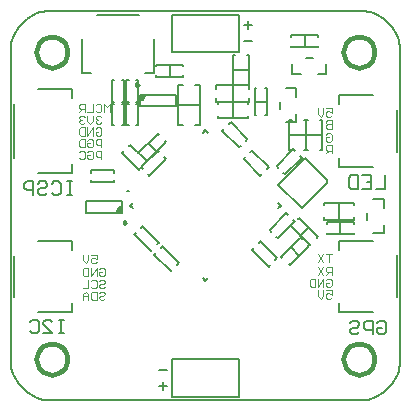
<source format=gbo>
G04*
G04 #@! TF.GenerationSoftware,Altium Limited,Altium Designer,22.10.1 (41)*
G04*
G04 Layer_Color=32896*
%FSLAX25Y25*%
%MOIN*%
G70*
G04*
G04 #@! TF.SameCoordinates,8BF85E7B-6BD0-4BB0-81CB-12CC6FA11C7D*
G04*
G04*
G04 #@! TF.FilePolarity,Positive*
G04*
G01*
G75*
%ADD10C,0.00984*%
%ADD11C,0.00787*%
%ADD12C,0.00394*%
%ADD17C,0.00500*%
%ADD18C,0.00591*%
%ADD107C,0.01732*%
%ADD108C,0.00472*%
G36*
X-27756Y-2362D02*
Y-394D01*
X-28346D01*
X-29528Y-1575D01*
Y-2362D01*
X-27756D01*
D02*
G37*
G36*
X-21850Y37008D02*
Y35039D01*
X-21260D01*
X-20079Y36220D01*
Y37008D01*
X-21850D01*
D02*
G37*
D10*
X-26378Y-5709D02*
X-27116Y-5283D01*
Y-6135D01*
X-26378Y-5709D01*
X-22244Y40354D02*
X-22982Y40780D01*
Y39928D01*
X-22244Y40354D01*
D11*
X-27756Y-394D02*
X-28642Y-631D01*
X-29290Y-1280D01*
X-29528Y-2165D01*
X-25343Y4858D02*
X-26131D01*
X-25343D01*
X-26131D01*
X-25343D01*
X-21850Y35039D02*
X-20965Y35277D01*
X-20316Y35925D01*
X-20079Y36811D01*
X-41071Y44043D02*
X-38071D01*
X-41071D02*
Y55543D01*
X-36134Y63543D02*
X-22197D01*
X-17197Y44043D02*
Y55543D01*
X-20197Y44043D02*
X-17197D01*
X44437Y-35559D02*
Y-32559D01*
Y-35559D02*
X55937D01*
X63937Y-30559D02*
Y-16622D01*
X44437Y-11685D02*
X55937D01*
X44437Y-14685D02*
Y-11685D01*
X32120Y-871D02*
X40472Y7480D01*
Y8594D01*
X33234Y15832D02*
X40472Y8594D01*
X24326Y6923D02*
X33234Y15832D01*
X24326Y6923D02*
X32120Y-871D01*
X-44437Y10898D02*
Y13898D01*
X-55937Y10898D02*
X-44437D01*
X-63937Y15803D02*
Y33709D01*
X-55937Y38709D02*
X-44437D01*
Y35709D02*
Y38709D01*
X-39961Y1575D02*
X-27756D01*
X-39961Y-2362D02*
X-27756D01*
X-39961D02*
Y1575D01*
X-27756Y-2362D02*
Y1575D01*
X-29528Y-2362D02*
Y-2165D01*
X11280Y51279D02*
Y63681D01*
X-11280Y51279D02*
X11280D01*
X-11280D02*
Y63681D01*
X11280D01*
X26772Y27756D02*
X30315D01*
Y30610D01*
X26772Y39173D02*
X30315D01*
Y36319D02*
Y39173D01*
X24803Y32283D02*
Y34646D01*
X44437Y33740D02*
Y36740D01*
X55937D01*
X63937Y17866D02*
Y31803D01*
X44437Y12866D02*
X55937D01*
X44437D02*
Y15866D01*
X55905Y-9252D02*
X59449D01*
Y-6398D01*
X55905Y2165D02*
X59449D01*
Y-689D02*
Y2165D01*
X53937Y-4724D02*
Y-2362D01*
X33465Y49213D02*
X35827D01*
X37500Y43701D02*
X40354D01*
Y47244D01*
X28937Y43701D02*
X31791D01*
X28937D02*
Y47244D01*
X-20079Y36811D02*
Y37008D01*
X-21850Y33071D02*
Y37008D01*
X-9646Y33071D02*
Y37008D01*
X-21850D02*
X-9646D01*
X-21850Y33071D02*
X-9646D01*
X-44437Y-14685D02*
Y-11685D01*
X-55937D02*
X-44437D01*
X-63937Y-30622D02*
Y-16685D01*
X-55937Y-35559D02*
X-44437D01*
Y-32559D01*
X-11280Y-63681D02*
X11280D01*
Y-51279D01*
X-11280D02*
X11280D01*
X-11280Y-63681D02*
Y-51279D01*
X57219Y-39142D02*
X57973Y-38387D01*
X59482D01*
X60236Y-39142D01*
Y-42159D01*
X59482Y-42913D01*
X57973D01*
X57219Y-42159D01*
Y-40650D01*
X58728D01*
X55710Y-42913D02*
Y-38387D01*
X53447D01*
X52693Y-39142D01*
Y-40650D01*
X53447Y-41405D01*
X55710D01*
X48167Y-39142D02*
X48921Y-38387D01*
X50430D01*
X51184Y-39142D01*
Y-39896D01*
X50430Y-40650D01*
X48921D01*
X48167Y-41405D01*
Y-42159D01*
X48921Y-42913D01*
X50430D01*
X51184Y-42159D01*
X59842Y10038D02*
Y5512D01*
X56825D01*
X52299Y10038D02*
X55316D01*
Y5512D01*
X52299D01*
X55316Y7775D02*
X53808D01*
X50790Y10038D02*
Y5512D01*
X48527D01*
X47773Y6266D01*
Y9284D01*
X48527Y10038D01*
X50790D01*
X-47244Y-37994D02*
X-48753D01*
X-47998D01*
Y-42520D01*
X-47244D01*
X-48753D01*
X-54033D02*
X-51016D01*
X-54033Y-39502D01*
Y-38748D01*
X-53279Y-37994D01*
X-51770D01*
X-51016Y-38748D01*
X-58559D02*
X-57805Y-37994D01*
X-56296D01*
X-55542Y-38748D01*
Y-41765D01*
X-56296Y-42520D01*
X-57805D01*
X-58559Y-41765D01*
X-44488Y8069D02*
X-45997D01*
X-45243D01*
Y3543D01*
X-44488D01*
X-45997D01*
X-51277Y7315D02*
X-50523Y8069D01*
X-49014D01*
X-48260Y7315D01*
Y4298D01*
X-49014Y3543D01*
X-50523D01*
X-51277Y4298D01*
X-55803Y7315D02*
X-55049Y8069D01*
X-53540D01*
X-52786Y7315D01*
Y6561D01*
X-53540Y5806D01*
X-55049D01*
X-55803Y5052D01*
Y4298D01*
X-55049Y3543D01*
X-53540D01*
X-52786Y4298D01*
X-57312Y3543D02*
Y8069D01*
X-59575D01*
X-60330Y7315D01*
Y5806D01*
X-59575Y5052D01*
X-57312D01*
D12*
X41783Y8037D02*
D03*
D17*
X-25055Y0D02*
X-24220Y835D01*
X-835Y24220D02*
X0Y25055D01*
Y-25055D02*
X835Y-24220D01*
X24220Y-835D02*
X25055Y0D01*
X-25055D02*
X-24220Y-835D01*
X0Y25055D02*
X835Y24220D01*
X-835Y-24220D02*
X0Y-25055D01*
X24220Y835D02*
X25055Y0D01*
X-51181Y64961D02*
X-52164Y64925D01*
X-53142Y64820D01*
X-54110Y64646D01*
X-55063Y64403D01*
X-55997Y64092D01*
X-56905Y63715D01*
X-57785Y63275D01*
X-58631Y62773D01*
X-59439Y62212D01*
X-60205Y61595D01*
X-60925Y60925D01*
X-61595Y60205D01*
X-62212Y59439D01*
X-62773Y58631D01*
X-63275Y57785D01*
X-63715Y56905D01*
X-64092Y55997D01*
X-64403Y55063D01*
X-64646Y54110D01*
X-64820Y53142D01*
X-64925Y52164D01*
X-64961Y51181D01*
X64961D02*
X64925Y52164D01*
X64820Y53142D01*
X64646Y54110D01*
X64403Y55063D01*
X64092Y55997D01*
X63715Y56905D01*
X63275Y57785D01*
X62773Y58631D01*
X62212Y59439D01*
X61595Y60205D01*
X60925Y60925D01*
X60205Y61595D01*
X59439Y62212D01*
X58631Y62773D01*
X57785Y63275D01*
X56905Y63715D01*
X55997Y64092D01*
X55063Y64403D01*
X54110Y64646D01*
X53142Y64820D01*
X52164Y64925D01*
X51181Y64961D01*
Y-64961D02*
X52164Y-64925D01*
X53142Y-64820D01*
X54110Y-64646D01*
X55063Y-64403D01*
X55997Y-64092D01*
X56905Y-63715D01*
X57785Y-63275D01*
X58631Y-62773D01*
X59439Y-62212D01*
X60205Y-61595D01*
X60925Y-60925D01*
X61595Y-60205D01*
X62212Y-59439D01*
X62773Y-58631D01*
X63275Y-57785D01*
X63715Y-56905D01*
X64092Y-55997D01*
X64403Y-55063D01*
X64646Y-54110D01*
X64820Y-53142D01*
X64925Y-52164D01*
X64961Y-51181D01*
X-64961D02*
X-64925Y-52164D01*
X-64820Y-53142D01*
X-64646Y-54110D01*
X-64403Y-55063D01*
X-64092Y-55997D01*
X-63715Y-56905D01*
X-63275Y-57785D01*
X-62773Y-58631D01*
X-62212Y-59439D01*
X-61595Y-60205D01*
X-60925Y-60925D01*
X-60205Y-61595D01*
X-59439Y-62212D01*
X-58631Y-62773D01*
X-57785Y-63275D01*
X-56905Y-63715D01*
X-55997Y-64092D01*
X-55063Y-64403D01*
X-54110Y-64646D01*
X-53142Y-64820D01*
X-52164Y-64925D01*
X-51181Y-64961D01*
Y-64961D02*
X51181D01*
X-64961Y-51181D02*
Y51181D01*
X64961Y-51181D02*
Y51181D01*
X-51181Y64961D02*
X51181D01*
D18*
X27953Y23622D02*
X33465D01*
X27953Y28622D02*
X28709D01*
X27953Y18622D02*
Y28622D01*
Y18622D02*
X28709D01*
X32709D02*
X33465D01*
Y28622D01*
X32709D02*
X33465D01*
X33465Y23622D02*
X38976D01*
X33465Y28622D02*
X34220D01*
X33465Y18622D02*
Y28622D01*
Y18622D02*
X34220D01*
X38221D02*
X38976D01*
Y28622D01*
X38221D02*
X38976D01*
X44488Y-4724D02*
Y787D01*
X49488Y32D02*
Y787D01*
X39488D02*
X49488D01*
X39488Y32D02*
Y787D01*
Y-4724D02*
Y-3968D01*
Y-4724D02*
X49488D01*
Y-3968D01*
X-38189Y11024D02*
Y11811D01*
X-30315D01*
Y11024D02*
Y11811D01*
Y7874D02*
Y8661D01*
X-38189Y7874D02*
X-30315D01*
X-38189D02*
Y8661D01*
X4055Y33890D02*
Y34646D01*
X14055D01*
Y33890D02*
Y34646D01*
Y29134D02*
Y29890D01*
X4055Y29134D02*
X14055D01*
X4055D02*
Y29890D01*
X9055Y29134D02*
Y34646D01*
Y34646D02*
Y40157D01*
X14567Y38976D02*
Y40157D01*
X3543D02*
X14567D01*
X3543Y38976D02*
Y40157D01*
Y34646D02*
Y35827D01*
Y34646D02*
X14567D01*
Y35827D01*
X9055Y40276D02*
X9811D01*
X9055D02*
Y50276D01*
X9811D01*
X13811D02*
X14567D01*
Y40276D02*
Y50276D01*
X13811Y40276D02*
X14567D01*
X9055Y45276D02*
X14567D01*
X31572Y16516D02*
X32129Y15959D01*
X26561Y10391D02*
X32129Y15959D01*
X26004Y10948D02*
X26561Y10391D01*
X23777Y13175D02*
X24334Y12618D01*
X23777Y13175D02*
X29345Y18743D01*
X29901Y18186D01*
X16504Y30146D02*
X17004D01*
X16504D02*
Y39146D01*
X17004D01*
X20004D02*
X20504D01*
Y30146D02*
Y39146D01*
X20004Y30146D02*
X20504D01*
X16504Y34646D02*
X20504D01*
X37571Y52724D02*
Y53224D01*
X28571Y52724D02*
X37571D01*
X28571D02*
Y53224D01*
Y56224D02*
Y56724D01*
X37571D01*
Y56224D02*
Y56724D01*
X33071Y52724D02*
Y56724D01*
X49382Y-9480D02*
Y-8980D01*
X40382Y-9480D02*
X49382D01*
X40382D02*
Y-8980D01*
Y-5980D02*
Y-5480D01*
X49382D01*
Y-5980D02*
Y-5480D01*
X44882Y-9480D02*
Y-5480D01*
X23304Y-18090D02*
X23861Y-17534D01*
X18293Y-11966D02*
X23861Y-17534D01*
X17736Y-12523D02*
X18293Y-11966D01*
X15509Y-14750D02*
X16066Y-14193D01*
X15509Y-14750D02*
X21077Y-20318D01*
X21634Y-19761D01*
X14980Y17792D02*
X15537Y18349D01*
X21105Y12781D01*
X20548Y12224D02*
X21105Y12781D01*
X18321Y9997D02*
X18878Y10554D01*
X12753Y15565D02*
X18321Y9997D01*
X12753Y15565D02*
X13310Y16122D01*
X-31102Y34646D02*
X-30315D01*
X-31102Y26772D02*
Y34646D01*
Y26772D02*
X-30315D01*
X-27953D02*
X-27165D01*
Y34646D01*
X-27953D02*
X-27165D01*
X-26378D02*
X-25591D01*
X-26378Y26772D02*
Y34646D01*
Y26772D02*
X-25591D01*
X-23228D02*
X-22441D01*
Y34646D01*
X-23228D02*
X-22441D01*
X-11811Y42882D02*
Y46882D01*
X-7311Y46382D02*
Y46882D01*
X-16311D02*
X-7311D01*
X-16311Y46382D02*
Y46882D01*
Y42882D02*
Y43382D01*
Y42882D02*
X-7311D01*
Y43382D01*
X-23228Y33858D02*
X-22441D01*
Y41732D01*
X-23228D02*
X-22441D01*
X-26378D02*
X-25591D01*
X-26378Y33858D02*
Y41732D01*
Y33858D02*
X-25591D01*
X-27953D02*
X-27165D01*
Y41732D01*
X-27953D02*
X-27165D01*
X-31102D02*
X-30315D01*
X-31102Y33858D02*
Y41732D01*
Y33858D02*
X-30315D01*
X21415Y-8085D02*
X21971Y-8642D01*
X21415Y-8085D02*
X26983Y-2517D01*
X27539Y-3074D01*
X29210Y-4744D02*
X29766Y-5301D01*
X24199Y-10869D02*
X29766Y-5301D01*
X23642Y-10312D02*
X24199Y-10869D01*
X-27798Y17534D02*
X-27241Y18090D01*
X-27798Y17534D02*
X-22230Y11966D01*
X-21673Y12523D01*
X-20003Y14193D02*
X-19446Y14750D01*
X-25014Y20318D02*
X-19446Y14750D01*
X-25571Y19761D02*
X-25014Y20318D01*
X31657Y-10076D02*
X34485Y-7247D01*
X37314Y-10783D02*
X37667Y-10429D01*
X31303Y-4065D02*
X37667Y-10429D01*
X30950Y-4419D02*
X31303Y-4065D01*
X28475Y-6894D02*
X28828Y-6540D01*
X28475Y-6894D02*
X34839Y-13258D01*
X35192Y-12904D01*
X28507Y-13940D02*
X31335Y-16769D01*
X27800Y-19597D02*
X28153Y-19951D01*
X34517Y-13587D01*
X34164Y-13233D02*
X34517Y-13587D01*
X31689Y-10758D02*
X32043Y-11112D01*
X25325Y-17122D02*
X31689Y-10758D01*
X25325Y-17122D02*
X25679Y-17476D01*
X-19131Y20706D02*
X-16302Y17877D01*
X-15949Y23888D02*
X-15595Y23534D01*
X-22313Y17524D02*
X-15949Y23888D01*
X-22313Y17524D02*
X-21959Y17170D01*
X-19838Y15049D02*
X-19484Y14695D01*
X-13120Y21059D01*
X-13474Y21413D02*
X-13120Y21059D01*
X-19272Y10554D02*
X-18715Y9997D01*
X-13147Y15565D01*
X-13704Y16122D02*
X-13147Y15565D01*
X-15931Y18349D02*
X-15374Y17792D01*
X-21499Y12781D02*
X-15931Y18349D01*
X-21499Y12781D02*
X-20942Y12224D01*
X-16066Y-12972D02*
X-15509Y-12416D01*
X-21077Y-6848D02*
X-15509Y-12416D01*
X-21634Y-7405D02*
X-21077Y-6848D01*
X-23861Y-9632D02*
X-23304Y-9075D01*
X-23861Y-9632D02*
X-18293Y-15199D01*
X-17736Y-14643D01*
X-17168Y-16325D02*
X-16611Y-15768D01*
X-17168Y-16325D02*
X-11600Y-21892D01*
X-11043Y-21336D01*
X-9373Y-19665D02*
X-8816Y-19108D01*
X-14384Y-13541D02*
X-8816Y-19108D01*
X-14941Y-14097D02*
X-14384Y-13541D01*
X13462Y21673D02*
X14018Y22230D01*
X8451Y27798D02*
X14018Y22230D01*
X7894Y27241D02*
X8451Y27798D01*
X5667Y25014D02*
X6224Y25571D01*
X5667Y25014D02*
X11235Y19446D01*
X11791Y20003D01*
X-9055Y33465D02*
X-1969D01*
X-9055Y26772D02*
X-7480D01*
X-9055D02*
Y40157D01*
X-7480D01*
X-3543D02*
X-1969D01*
Y26772D02*
Y40157D01*
X-3543Y26772D02*
X-1969D01*
X-15551Y-54921D02*
X-12927D01*
X-15551Y-60170D02*
X-12927D01*
X-14239Y-61482D02*
Y-58858D01*
X15551Y60170D02*
X12927D01*
X14239Y61482D02*
Y58858D01*
X15551Y54921D02*
X12927D01*
D107*
X56339Y-51181D02*
X56239Y-50175D01*
X55946Y-49207D01*
X55469Y-48316D01*
X54828Y-47534D01*
X54046Y-46893D01*
X53155Y-46416D01*
X52187Y-46123D01*
X51181Y-46024D01*
X50175Y-46123D01*
X49207Y-46416D01*
X48316Y-46893D01*
X47534Y-47534D01*
X46893Y-48316D01*
X46416Y-49207D01*
X46123Y-50175D01*
X46024Y-51181D01*
X46123Y-52187D01*
X46416Y-53155D01*
X46893Y-54046D01*
X47534Y-54828D01*
X48316Y-55469D01*
X49207Y-55946D01*
X50175Y-56239D01*
X51181Y-56339D01*
X52187Y-56239D01*
X53155Y-55946D01*
X54046Y-55469D01*
X54828Y-54828D01*
X55469Y-54046D01*
X55946Y-53155D01*
X56239Y-52187D01*
X56339Y-51181D01*
X-46024D02*
X-46123Y-50175D01*
X-46416Y-49207D01*
X-46893Y-48316D01*
X-47534Y-47534D01*
X-48316Y-46893D01*
X-49207Y-46416D01*
X-50175Y-46123D01*
X-51181Y-46024D01*
X-52187Y-46123D01*
X-53155Y-46416D01*
X-54046Y-46893D01*
X-54828Y-47534D01*
X-55469Y-48316D01*
X-55946Y-49207D01*
X-56239Y-50175D01*
X-56339Y-51181D01*
X-56239Y-52187D01*
X-55946Y-53155D01*
X-55469Y-54046D01*
X-54828Y-54828D01*
X-54046Y-55469D01*
X-53155Y-55946D01*
X-52187Y-56239D01*
X-51181Y-56339D01*
X-50175Y-56239D01*
X-49207Y-55946D01*
X-48316Y-55469D01*
X-47534Y-54828D01*
X-46893Y-54046D01*
X-46416Y-53155D01*
X-46123Y-52187D01*
X-46024Y-51181D01*
X56339Y51181D02*
X56239Y52187D01*
X55946Y53155D01*
X55469Y54046D01*
X54828Y54828D01*
X54046Y55469D01*
X53155Y55946D01*
X52187Y56239D01*
X51181Y56339D01*
X50175Y56239D01*
X49207Y55946D01*
X48316Y55469D01*
X47534Y54828D01*
X46893Y54046D01*
X46416Y53155D01*
X46123Y52187D01*
X46024Y51181D01*
X46123Y50175D01*
X46416Y49207D01*
X46893Y48316D01*
X47534Y47534D01*
X48316Y46893D01*
X49207Y46416D01*
X50175Y46123D01*
X51181Y46024D01*
X52187Y46123D01*
X53155Y46416D01*
X54046Y46893D01*
X54828Y47534D01*
X55469Y48316D01*
X55946Y49207D01*
X56239Y50175D01*
X56339Y51181D01*
X-46024D02*
X-46123Y52187D01*
X-46416Y53155D01*
X-46893Y54046D01*
X-47534Y54828D01*
X-48316Y55469D01*
X-49207Y55946D01*
X-50175Y56239D01*
X-51181Y56339D01*
X-52187Y56239D01*
X-53155Y55946D01*
X-54046Y55469D01*
X-54828Y54828D01*
X-55469Y54046D01*
X-55946Y53155D01*
X-56239Y52187D01*
X-56339Y51181D01*
X-56239Y50175D01*
X-55946Y49207D01*
X-55469Y48316D01*
X-54828Y47534D01*
X-54046Y46893D01*
X-53155Y46416D01*
X-52187Y46123D01*
X-51181Y46024D01*
X-50175Y46123D01*
X-49207Y46416D01*
X-48316Y46893D01*
X-47534Y47534D01*
X-46893Y48316D01*
X-46416Y49207D01*
X-46123Y50175D01*
X-46024Y51181D01*
D108*
X40211Y23634D02*
X40670Y24094D01*
X41588D01*
X42047Y23634D01*
Y21798D01*
X41588Y21339D01*
X40670D01*
X40211Y21798D01*
Y22716D01*
X41129D01*
X42047Y28424D02*
Y25669D01*
X40670D01*
X40211Y26129D01*
Y26588D01*
X40670Y27047D01*
X42047D01*
X40670D01*
X40211Y27506D01*
Y27965D01*
X40670Y28424D01*
X42047D01*
X40211Y32361D02*
X42047D01*
Y30984D01*
X41129Y31443D01*
X40670D01*
X40211Y30984D01*
Y30066D01*
X40670Y29606D01*
X41588D01*
X42047Y30066D01*
X39292Y32361D02*
Y30525D01*
X38374Y29606D01*
X37455Y30525D01*
Y32361D01*
X42047Y17402D02*
Y20157D01*
X40670D01*
X40211Y19697D01*
Y18779D01*
X40670Y18320D01*
X42047D01*
X41129D02*
X40211Y17402D01*
X-34724Y15433D02*
Y18188D01*
X-36102D01*
X-36561Y17729D01*
Y16811D01*
X-36102Y16351D01*
X-34724D01*
X-39316Y17729D02*
X-38857Y18188D01*
X-37939D01*
X-37479Y17729D01*
Y15892D01*
X-37939Y15433D01*
X-38857D01*
X-39316Y15892D01*
Y16811D01*
X-38398D01*
X-42071Y17729D02*
X-41612Y18188D01*
X-40694D01*
X-40234Y17729D01*
Y15892D01*
X-40694Y15433D01*
X-41612D01*
X-42071Y15892D01*
X-34724Y19370D02*
Y22125D01*
X-36102D01*
X-36561Y21666D01*
Y20748D01*
X-36102Y20288D01*
X-34724D01*
X-39316Y21666D02*
X-38857Y22125D01*
X-37939D01*
X-37479Y21666D01*
Y19829D01*
X-37939Y19370D01*
X-38857D01*
X-39316Y19829D01*
Y20748D01*
X-38398D01*
X-40234Y22125D02*
Y19370D01*
X-41612D01*
X-42071Y19829D01*
Y21666D01*
X-41612Y22125D01*
X-40234D01*
X-36561Y25603D02*
X-36102Y26062D01*
X-35184D01*
X-34724Y25603D01*
Y23766D01*
X-35184Y23307D01*
X-36102D01*
X-36561Y23766D01*
Y24685D01*
X-35643D01*
X-37479Y23307D02*
Y26062D01*
X-39316Y23307D01*
Y26062D01*
X-40234D02*
Y23307D01*
X-41612D01*
X-42071Y23766D01*
Y25603D01*
X-41612Y26062D01*
X-40234D01*
X-34724Y29540D02*
X-35184Y29999D01*
X-36102D01*
X-36561Y29540D01*
Y29081D01*
X-36102Y28622D01*
X-35643D01*
X-36102D01*
X-36561Y28162D01*
Y27703D01*
X-36102Y27244D01*
X-35184D01*
X-34724Y27703D01*
X-37479Y29999D02*
Y28162D01*
X-38398Y27244D01*
X-39316Y28162D01*
Y29999D01*
X-40234Y29540D02*
X-40694Y29999D01*
X-41612D01*
X-42071Y29540D01*
Y29081D01*
X-41612Y28622D01*
X-41153D01*
X-41612D01*
X-42071Y28162D01*
Y27703D01*
X-41612Y27244D01*
X-40694D01*
X-40234Y27703D01*
X-31969Y31181D02*
Y33936D01*
X-32887Y33018D01*
X-33805Y33936D01*
Y31181D01*
X-36560Y33477D02*
X-36101Y33936D01*
X-35183D01*
X-34723Y33477D01*
Y31640D01*
X-35183Y31181D01*
X-36101D01*
X-36560Y31640D01*
X-37479Y33936D02*
Y31181D01*
X-39315D01*
X-40234D02*
Y33936D01*
X-41611D01*
X-42070Y33477D01*
Y32559D01*
X-41611Y32099D01*
X-40234D01*
X-41152D02*
X-42070Y31181D01*
X40211Y-28269D02*
X42047D01*
Y-29646D01*
X41129Y-29187D01*
X40670D01*
X40211Y-29646D01*
Y-30564D01*
X40670Y-31024D01*
X41588D01*
X42047Y-30564D01*
X39292Y-28269D02*
Y-30105D01*
X38374Y-31024D01*
X37455Y-30105D01*
Y-28269D01*
X40211Y-24791D02*
X40670Y-24332D01*
X41588D01*
X42047Y-24791D01*
Y-26627D01*
X41588Y-27087D01*
X40670D01*
X40211Y-26627D01*
Y-25709D01*
X41129D01*
X39292Y-27087D02*
Y-24332D01*
X37455Y-27087D01*
Y-24332D01*
X36537D02*
Y-27087D01*
X35160D01*
X34701Y-26627D01*
Y-24791D01*
X35160Y-24332D01*
X36537D01*
X42047Y-23150D02*
Y-20395D01*
X40670D01*
X40211Y-20854D01*
Y-21772D01*
X40670Y-22231D01*
X42047D01*
X41129D02*
X40211Y-23150D01*
X39292Y-20395D02*
X37455Y-23150D01*
Y-20395D02*
X39292Y-23150D01*
X42047Y-16064D02*
X40211D01*
X41129D01*
Y-18819D01*
X39292Y-16064D02*
X37455Y-18819D01*
Y-16064D02*
X39292Y-18819D01*
X-38136Y-16458D02*
X-36299D01*
Y-17835D01*
X-37218Y-17376D01*
X-37677D01*
X-38136Y-17835D01*
Y-18753D01*
X-37677Y-19213D01*
X-36758D01*
X-36299Y-18753D01*
X-39054Y-16458D02*
Y-18294D01*
X-39973Y-19213D01*
X-40891Y-18294D01*
Y-16458D01*
X-35380Y-29122D02*
X-34921Y-28662D01*
X-34003D01*
X-33543Y-29122D01*
Y-29581D01*
X-34003Y-30040D01*
X-34921D01*
X-35380Y-30499D01*
Y-30958D01*
X-34921Y-31417D01*
X-34003D01*
X-33543Y-30958D01*
X-36298Y-28662D02*
Y-31417D01*
X-37676D01*
X-38135Y-30958D01*
Y-29122D01*
X-37676Y-28662D01*
X-36298D01*
X-39053Y-31417D02*
Y-29581D01*
X-39972Y-28662D01*
X-40890Y-29581D01*
Y-31417D01*
Y-30040D01*
X-39053D01*
X-35380Y-25185D02*
X-34921Y-24725D01*
X-34003D01*
X-33543Y-25185D01*
Y-25644D01*
X-34003Y-26103D01*
X-34921D01*
X-35380Y-26562D01*
Y-27021D01*
X-34921Y-27480D01*
X-34003D01*
X-33543Y-27021D01*
X-38135Y-25185D02*
X-37676Y-24725D01*
X-36757D01*
X-36298Y-25185D01*
Y-27021D01*
X-36757Y-27480D01*
X-37676D01*
X-38135Y-27021D01*
X-39053Y-24725D02*
Y-27480D01*
X-40890D01*
X-35380Y-21248D02*
X-34921Y-20788D01*
X-34003D01*
X-33543Y-21248D01*
Y-23084D01*
X-34003Y-23543D01*
X-34921D01*
X-35380Y-23084D01*
Y-22166D01*
X-34462D01*
X-36298Y-23543D02*
Y-20788D01*
X-38135Y-23543D01*
Y-20788D01*
X-39053D02*
Y-23543D01*
X-40431D01*
X-40890Y-23084D01*
Y-21248D01*
X-40431Y-20788D01*
X-39053D01*
M02*

</source>
